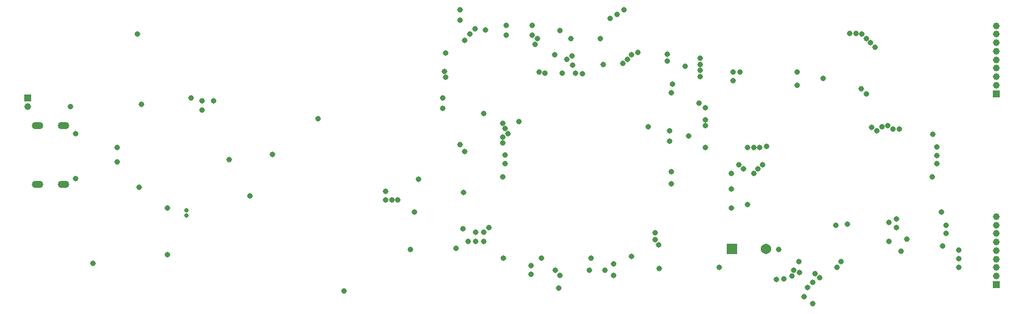
<source format=gbr>
%TF.GenerationSoftware,Altium Limited,Altium Designer,25.8.1 (18)*%
G04 Layer_Color=16711935*
%FSLAX45Y45*%
%MOMM*%
%TF.SameCoordinates,7B3F40D8-49BE-4A82-B445-1243D3C56F15*%
%TF.FilePolarity,Negative*%
%TF.FileFunction,Soldermask,Bot*%
%TF.Part,Single*%
G01*
G75*
%TA.AperFunction,ComponentPad*%
%ADD69C,1.00000*%
%ADD70C,1.54060*%
%ADD71R,1.54060X1.54060*%
%ADD72R,1.00000X1.00000*%
G04:AMPARAMS|DCode=73|XSize=1.1mm|YSize=1.7mm|CornerRadius=0.55mm|HoleSize=0mm|Usage=FLASHONLY|Rotation=270.000|XOffset=0mm|YOffset=0mm|HoleType=Round|Shape=RoundedRectangle|*
%AMROUNDEDRECTD73*
21,1,1.10000,0.60000,0,0,270.0*
21,1,0.00000,1.70000,0,0,270.0*
1,1,1.10000,-0.30000,0.00000*
1,1,1.10000,-0.30000,0.00000*
1,1,1.10000,0.30000,0.00000*
1,1,1.10000,0.30000,0.00000*
%
%ADD73ROUNDEDRECTD73*%
%TA.AperFunction,ViaPad*%
%ADD104C,0.80320*%
%ADD105C,0.64000*%
D69*
X17259300Y6561200D02*
D03*
X17259300Y6311200D02*
D03*
Y6436200D02*
D03*
X3053800Y8675100D02*
D03*
X17259300Y6186200D02*
D03*
Y9114600D02*
D03*
Y7061200D02*
D03*
Y6811200D02*
D03*
Y9864600D02*
D03*
Y9239600D02*
D03*
Y9614600D02*
D03*
X17259300Y9364600D02*
D03*
X17259300Y8989600D02*
D03*
Y6936200D02*
D03*
Y6686200D02*
D03*
Y9489600D02*
D03*
Y9739600D02*
D03*
D70*
X13880016Y6583703D02*
D03*
D71*
X13379636D02*
D03*
D72*
X17259300Y8864600D02*
D03*
Y6061200D02*
D03*
X3053800Y8800100D02*
D03*
D73*
X3576600Y8394675D02*
D03*
Y7530675D02*
D03*
X3196600Y8394675D02*
D03*
Y7530675D02*
D03*
D104*
X3683000Y8674100D02*
D03*
X16713200Y6565900D02*
D03*
Y6438900D02*
D03*
Y6311900D02*
D03*
X14566901Y5778500D02*
D03*
X10960100Y9372600D02*
D03*
X11036300Y9423400D02*
D03*
X9182100Y9105900D02*
D03*
X9169400Y9194800D02*
D03*
X13373100Y7188200D02*
D03*
Y7467600D02*
D03*
Y7696200D02*
D03*
X13500101Y9182100D02*
D03*
X8666808Y6578600D02*
D03*
X15836900Y8343900D02*
D03*
X9398000Y8115300D02*
D03*
X15951199Y6731000D02*
D03*
X15862300Y6553200D02*
D03*
X12915900Y9118600D02*
D03*
X11785600Y9309100D02*
D03*
X12255500Y6819900D02*
D03*
X10261600Y8458200D02*
D03*
X13614400Y7239000D02*
D03*
Y8077200D02*
D03*
X15671800Y8394700D02*
D03*
X10096500Y8280400D02*
D03*
X15430499Y8369300D02*
D03*
X12153900Y8382000D02*
D03*
X13830299Y7823200D02*
D03*
X13893800Y8089900D02*
D03*
X14566901Y6096000D02*
D03*
X14147800Y6146800D02*
D03*
X10845800Y6007100D02*
D03*
X14439900Y5880100D02*
D03*
X10439400Y6210300D02*
D03*
Y6337300D02*
D03*
X13398500Y9182100D02*
D03*
Y9055100D02*
D03*
X12915900Y9207500D02*
D03*
X11849100Y9372600D02*
D03*
X15748000Y8343900D02*
D03*
X10020300Y8229600D02*
D03*
X14719299Y9093200D02*
D03*
X12700000Y9271000D02*
D03*
X12496800Y8877300D02*
D03*
X11451500Y9677400D02*
D03*
X11493500Y9296400D02*
D03*
X12496800Y7543800D02*
D03*
X12471400Y8166100D02*
D03*
X9766300Y9804400D02*
D03*
X10782300Y9436100D02*
D03*
X9740900Y8572500D02*
D03*
X9461500Y8013700D02*
D03*
X15074899Y6946900D02*
D03*
X12306300Y6642100D02*
D03*
X14071600Y6578600D02*
D03*
X13195300Y6311900D02*
D03*
X12319000Y6299200D02*
D03*
X9448800Y7416800D02*
D03*
X9436100Y6883400D02*
D03*
X11315700Y6451600D02*
D03*
X9334500Y6591300D02*
D03*
X10591800Y6451600D02*
D03*
X10033000D02*
D03*
X9182100Y9461500D02*
D03*
X9144000Y8801100D02*
D03*
Y8648700D02*
D03*
X7315200Y8496300D02*
D03*
X4660900Y9740900D02*
D03*
X5778500Y8763000D02*
D03*
X4724400Y8712200D02*
D03*
X6642100Y7975600D02*
D03*
X8788400Y7607300D02*
D03*
X8724900Y7124700D02*
D03*
X7696200Y5969000D02*
D03*
X3759200Y8280400D02*
D03*
X4368800Y8077200D02*
D03*
X6007100Y7899400D02*
D03*
X4368800Y7861300D02*
D03*
X3759200Y7620000D02*
D03*
X4013200Y6375400D02*
D03*
X15506700Y8318500D02*
D03*
X10020300Y8432800D02*
D03*
X15354300Y8864600D02*
D03*
X13550900Y7759700D02*
D03*
X11912552Y9436012D02*
D03*
X15798801Y6896100D02*
D03*
X12915900Y9296400D02*
D03*
X15798801Y7023100D02*
D03*
X14986000Y6400800D02*
D03*
X14363699D02*
D03*
X13766800Y7759700D02*
D03*
X13792200Y8077200D02*
D03*
X15684500Y6692900D02*
D03*
X12509500Y9004300D02*
D03*
X12750800Y8242300D02*
D03*
X12471400Y8318500D02*
D03*
X15684500Y6972300D02*
D03*
X14909801Y6934200D02*
D03*
X12496800Y7721600D02*
D03*
X11912600Y6477000D02*
D03*
X11518900Y6273800D02*
D03*
X10795000D02*
D03*
X11290300D02*
D03*
X5448300Y8801100D02*
D03*
X6311900Y7366000D02*
D03*
X4686300Y7493000D02*
D03*
X5105400Y7188200D02*
D03*
Y6502400D02*
D03*
X14922501Y6311900D02*
D03*
X14287500Y6273800D02*
D03*
X11645900Y6197600D02*
D03*
X10858500D02*
D03*
X14376401Y6235700D02*
D03*
X14605000Y6223000D02*
D03*
X15582899Y8382000D02*
D03*
X10058400Y8356600D02*
D03*
X14033501Y6134100D02*
D03*
X14490700Y6019800D02*
D03*
X10020300Y8140700D02*
D03*
X15278101Y8940800D02*
D03*
X13487399Y7823200D02*
D03*
X13703300Y7696200D02*
D03*
Y8077200D02*
D03*
X12001500Y9474200D02*
D03*
X12915900Y9385300D02*
D03*
X14338300Y8991600D02*
D03*
Y9182100D02*
D03*
X14668500Y6159500D02*
D03*
X14262100Y6184900D02*
D03*
X16332201Y8267700D02*
D03*
X11049000Y9283700D02*
D03*
X15354300Y9677400D02*
D03*
X12433300Y9347200D02*
D03*
X16384425Y7834474D02*
D03*
X16459200Y7124700D02*
D03*
X12992101Y8661400D02*
D03*
X9512300Y6692900D02*
D03*
X9817100Y6896100D02*
D03*
X10553700Y9182100D02*
D03*
X16526700Y6811200D02*
D03*
X12992101Y8394700D02*
D03*
X9740900Y6692900D02*
D03*
Y6832600D02*
D03*
X9461500Y9652000D02*
D03*
X11798300Y10096500D02*
D03*
X10858500Y9791700D02*
D03*
X12433300Y9448800D02*
D03*
X16386426Y7959474D02*
D03*
X11645900Y6362700D02*
D03*
X9398000Y10096500D02*
D03*
Y9944100D02*
D03*
X10452100Y9867900D02*
D03*
Y9728200D02*
D03*
X15290800Y9740900D02*
D03*
X8483600Y7302500D02*
D03*
X10058400Y7835900D02*
D03*
X10496395Y9594695D02*
D03*
X11019700Y9677400D02*
D03*
X10528300D02*
D03*
X9613900Y9817100D02*
D03*
X11595100Y9969500D02*
D03*
X12255500Y6718300D02*
D03*
X10020300Y7645400D02*
D03*
X10642600Y9169400D02*
D03*
X16388426Y8084474D02*
D03*
X15201900Y9753600D02*
D03*
X9626600Y6692900D02*
D03*
Y6832600D02*
D03*
X8394700Y7302500D02*
D03*
X10058400Y7962900D02*
D03*
X10071100Y9867900D02*
D03*
Y9728200D02*
D03*
X11087100Y9169400D02*
D03*
X15417799Y9613900D02*
D03*
X11188700Y9156700D02*
D03*
X15481300Y9550400D02*
D03*
X16524699Y6936200D02*
D03*
X12992101Y8483600D02*
D03*
X16471899Y6629400D02*
D03*
X12992101Y8077200D02*
D03*
X10896600Y9169400D02*
D03*
X15113000Y9753600D02*
D03*
X16319501Y7645400D02*
D03*
X12903200Y8724900D02*
D03*
X9537700Y9740900D02*
D03*
X11696700Y10033000D02*
D03*
X8305800Y7302500D02*
D03*
Y7429500D02*
D03*
X5613400Y8623300D02*
D03*
Y8763000D02*
D03*
D105*
X5384800Y7072000D02*
D03*
X5384800Y7152000D02*
D03*
%TF.MD5,7e5a564fbb87fefdbb4d498917c135b3*%
M02*

</source>
